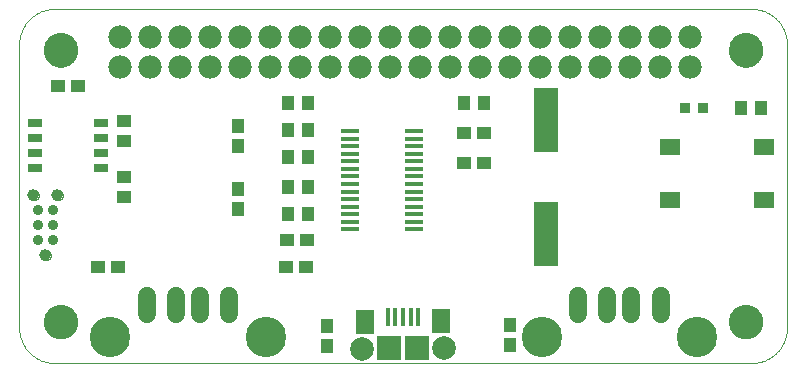
<source format=gts>
G04 EAGLE Gerber RS-274X export*
G75*
%MOMM*%
%FSLAX34Y34*%
%LPD*%
%INTop solder mask*%
%IPPOS*%
%AMOC8*
5,1,8,0,0,1.08239X$1,22.5*%
G01*
%ADD10C,0.000000*%
%ADD11C,2.901600*%
%ADD12R,1.201600X1.101600*%
%ADD13R,1.101600X1.201600*%
%ADD14R,1.601600X0.451600*%
%ADD15R,2.032000X5.435600*%
%ADD16R,0.451600X1.501600*%
%ADD17R,1.647600X2.001600*%
%ADD18R,2.001600X2.001600*%
%ADD19C,1.901600*%
%ADD20C,2.001600*%
%ADD21C,1.559600*%
%ADD22C,3.417600*%
%ADD23C,1.981200*%
%ADD24R,1.301600X0.701600*%
%ADD25C,0.889000*%
%ADD26C,0.990600*%
%ADD27R,1.651600X1.401600*%
%ADD28R,0.901600X0.901600*%


D10*
X29993Y49D02*
X619993Y49D01*
X649993Y30049D02*
X649993Y270000D01*
X619993Y300000D02*
X29993Y300000D01*
X-7Y270000D02*
X-7Y30049D01*
X2Y29324D01*
X28Y28600D01*
X72Y27876D01*
X133Y27154D01*
X212Y26433D01*
X308Y25714D01*
X421Y24998D01*
X552Y24285D01*
X700Y23575D01*
X865Y22870D01*
X1047Y22168D01*
X1246Y21471D01*
X1461Y20778D01*
X1694Y20092D01*
X1943Y19411D01*
X2208Y18736D01*
X2489Y18068D01*
X2787Y17407D01*
X3100Y16753D01*
X3429Y16107D01*
X3774Y15469D01*
X4134Y14840D01*
X4509Y14220D01*
X4899Y13609D01*
X5303Y13007D01*
X5722Y12415D01*
X6156Y11834D01*
X6603Y11263D01*
X7064Y10704D01*
X7538Y10155D01*
X8025Y9619D01*
X8525Y9094D01*
X9038Y8581D01*
X9563Y8081D01*
X10099Y7594D01*
X10648Y7120D01*
X11207Y6659D01*
X11778Y6212D01*
X12359Y5778D01*
X12951Y5359D01*
X13553Y4955D01*
X14164Y4565D01*
X14784Y4190D01*
X15413Y3830D01*
X16051Y3485D01*
X16697Y3156D01*
X17351Y2843D01*
X18012Y2545D01*
X18680Y2264D01*
X19355Y1999D01*
X20036Y1750D01*
X20722Y1517D01*
X21415Y1302D01*
X22112Y1103D01*
X22814Y921D01*
X23519Y756D01*
X24229Y608D01*
X24942Y477D01*
X25658Y364D01*
X26377Y268D01*
X27098Y189D01*
X27820Y128D01*
X28544Y84D01*
X29268Y58D01*
X29993Y49D01*
X619993Y49D02*
X620718Y58D01*
X621442Y84D01*
X622166Y128D01*
X622888Y189D01*
X623609Y268D01*
X624328Y364D01*
X625044Y477D01*
X625757Y608D01*
X626467Y756D01*
X627172Y921D01*
X627874Y1103D01*
X628571Y1302D01*
X629264Y1517D01*
X629950Y1750D01*
X630631Y1999D01*
X631306Y2264D01*
X631974Y2545D01*
X632635Y2843D01*
X633289Y3156D01*
X633935Y3485D01*
X634573Y3830D01*
X635202Y4190D01*
X635822Y4565D01*
X636433Y4955D01*
X637035Y5359D01*
X637627Y5778D01*
X638208Y6212D01*
X638779Y6659D01*
X639338Y7120D01*
X639887Y7594D01*
X640423Y8081D01*
X640948Y8581D01*
X641461Y9094D01*
X641961Y9619D01*
X642448Y10155D01*
X642922Y10704D01*
X643383Y11263D01*
X643830Y11834D01*
X644264Y12415D01*
X644683Y13007D01*
X645087Y13609D01*
X645477Y14220D01*
X645852Y14840D01*
X646212Y15469D01*
X646557Y16107D01*
X646886Y16753D01*
X647199Y17407D01*
X647497Y18068D01*
X647778Y18736D01*
X648043Y19411D01*
X648292Y20092D01*
X648525Y20778D01*
X648740Y21471D01*
X648939Y22168D01*
X649121Y22870D01*
X649286Y23575D01*
X649434Y24285D01*
X649565Y24998D01*
X649678Y25714D01*
X649774Y26433D01*
X649853Y27154D01*
X649914Y27876D01*
X649958Y28600D01*
X649984Y29324D01*
X649993Y30049D01*
X649993Y270000D02*
X649984Y270725D01*
X649958Y271449D01*
X649914Y272173D01*
X649853Y272895D01*
X649774Y273616D01*
X649678Y274335D01*
X649565Y275051D01*
X649434Y275764D01*
X649286Y276474D01*
X649121Y277179D01*
X648939Y277881D01*
X648740Y278578D01*
X648525Y279271D01*
X648292Y279957D01*
X648043Y280638D01*
X647778Y281313D01*
X647497Y281981D01*
X647199Y282642D01*
X646886Y283296D01*
X646557Y283942D01*
X646212Y284580D01*
X645852Y285209D01*
X645477Y285829D01*
X645087Y286440D01*
X644683Y287042D01*
X644264Y287634D01*
X643830Y288215D01*
X643383Y288786D01*
X642922Y289345D01*
X642448Y289894D01*
X641961Y290430D01*
X641461Y290955D01*
X640948Y291468D01*
X640423Y291968D01*
X639887Y292455D01*
X639338Y292929D01*
X638779Y293390D01*
X638208Y293837D01*
X637627Y294271D01*
X637035Y294690D01*
X636433Y295094D01*
X635822Y295484D01*
X635202Y295859D01*
X634573Y296219D01*
X633935Y296564D01*
X633289Y296893D01*
X632635Y297206D01*
X631974Y297504D01*
X631306Y297785D01*
X630631Y298050D01*
X629950Y298299D01*
X629264Y298532D01*
X628571Y298747D01*
X627874Y298946D01*
X627172Y299128D01*
X626467Y299293D01*
X625757Y299441D01*
X625044Y299572D01*
X624328Y299685D01*
X623609Y299781D01*
X622888Y299860D01*
X622166Y299921D01*
X621442Y299965D01*
X620718Y299991D01*
X619993Y300000D01*
X29993Y300000D02*
X29268Y299991D01*
X28544Y299965D01*
X27820Y299921D01*
X27098Y299860D01*
X26377Y299781D01*
X25658Y299685D01*
X24942Y299572D01*
X24229Y299441D01*
X23519Y299293D01*
X22814Y299128D01*
X22112Y298946D01*
X21415Y298747D01*
X20722Y298532D01*
X20036Y298299D01*
X19355Y298050D01*
X18680Y297785D01*
X18012Y297504D01*
X17351Y297206D01*
X16697Y296893D01*
X16051Y296564D01*
X15413Y296219D01*
X14784Y295859D01*
X14164Y295484D01*
X13553Y295094D01*
X12951Y294690D01*
X12359Y294271D01*
X11778Y293837D01*
X11207Y293390D01*
X10648Y292929D01*
X10099Y292455D01*
X9563Y291968D01*
X9038Y291468D01*
X8525Y290955D01*
X8025Y290430D01*
X7538Y289894D01*
X7064Y289345D01*
X6603Y288786D01*
X6156Y288215D01*
X5722Y287634D01*
X5303Y287042D01*
X4899Y286440D01*
X4509Y285829D01*
X4134Y285209D01*
X3774Y284580D01*
X3429Y283942D01*
X3100Y283296D01*
X2787Y282642D01*
X2489Y281981D01*
X2208Y281313D01*
X1943Y280638D01*
X1694Y279957D01*
X1461Y279271D01*
X1246Y278578D01*
X1047Y277881D01*
X865Y277179D01*
X700Y276474D01*
X552Y275764D01*
X421Y275051D01*
X308Y274335D01*
X212Y273616D01*
X133Y272895D01*
X72Y272173D01*
X28Y271449D01*
X2Y270725D01*
X-7Y270000D01*
X20993Y265000D02*
X20997Y265344D01*
X21010Y265687D01*
X21031Y266030D01*
X21060Y266372D01*
X21098Y266714D01*
X21145Y267054D01*
X21199Y267393D01*
X21262Y267731D01*
X21333Y268067D01*
X21413Y268402D01*
X21500Y268734D01*
X21596Y269064D01*
X21700Y269392D01*
X21811Y269716D01*
X21931Y270039D01*
X22059Y270358D01*
X22194Y270673D01*
X22337Y270986D01*
X22488Y271295D01*
X22646Y271600D01*
X22812Y271901D01*
X22985Y272197D01*
X23165Y272490D01*
X23352Y272778D01*
X23547Y273061D01*
X23748Y273340D01*
X23956Y273613D01*
X24171Y273882D01*
X24392Y274144D01*
X24620Y274402D01*
X24854Y274654D01*
X25094Y274899D01*
X25339Y275139D01*
X25591Y275373D01*
X25849Y275601D01*
X26111Y275822D01*
X26380Y276037D01*
X26653Y276245D01*
X26932Y276446D01*
X27215Y276641D01*
X27503Y276828D01*
X27796Y277008D01*
X28092Y277181D01*
X28393Y277347D01*
X28698Y277505D01*
X29007Y277656D01*
X29320Y277799D01*
X29635Y277934D01*
X29954Y278062D01*
X30277Y278182D01*
X30601Y278293D01*
X30929Y278397D01*
X31259Y278493D01*
X31591Y278580D01*
X31926Y278660D01*
X32262Y278731D01*
X32600Y278794D01*
X32939Y278848D01*
X33279Y278895D01*
X33621Y278933D01*
X33963Y278962D01*
X34306Y278983D01*
X34649Y278996D01*
X34993Y279000D01*
X35337Y278996D01*
X35680Y278983D01*
X36023Y278962D01*
X36365Y278933D01*
X36707Y278895D01*
X37047Y278848D01*
X37386Y278794D01*
X37724Y278731D01*
X38060Y278660D01*
X38395Y278580D01*
X38727Y278493D01*
X39057Y278397D01*
X39385Y278293D01*
X39709Y278182D01*
X40032Y278062D01*
X40351Y277934D01*
X40666Y277799D01*
X40979Y277656D01*
X41288Y277505D01*
X41593Y277347D01*
X41894Y277181D01*
X42190Y277008D01*
X42483Y276828D01*
X42771Y276641D01*
X43054Y276446D01*
X43333Y276245D01*
X43606Y276037D01*
X43875Y275822D01*
X44137Y275601D01*
X44395Y275373D01*
X44647Y275139D01*
X44892Y274899D01*
X45132Y274654D01*
X45366Y274402D01*
X45594Y274144D01*
X45815Y273882D01*
X46030Y273613D01*
X46238Y273340D01*
X46439Y273061D01*
X46634Y272778D01*
X46821Y272490D01*
X47001Y272197D01*
X47174Y271901D01*
X47340Y271600D01*
X47498Y271295D01*
X47649Y270986D01*
X47792Y270673D01*
X47927Y270358D01*
X48055Y270039D01*
X48175Y269716D01*
X48286Y269392D01*
X48390Y269064D01*
X48486Y268734D01*
X48573Y268402D01*
X48653Y268067D01*
X48724Y267731D01*
X48787Y267393D01*
X48841Y267054D01*
X48888Y266714D01*
X48926Y266372D01*
X48955Y266030D01*
X48976Y265687D01*
X48989Y265344D01*
X48993Y265000D01*
X48989Y264656D01*
X48976Y264313D01*
X48955Y263970D01*
X48926Y263628D01*
X48888Y263286D01*
X48841Y262946D01*
X48787Y262607D01*
X48724Y262269D01*
X48653Y261933D01*
X48573Y261598D01*
X48486Y261266D01*
X48390Y260936D01*
X48286Y260608D01*
X48175Y260284D01*
X48055Y259961D01*
X47927Y259642D01*
X47792Y259327D01*
X47649Y259014D01*
X47498Y258705D01*
X47340Y258400D01*
X47174Y258099D01*
X47001Y257803D01*
X46821Y257510D01*
X46634Y257222D01*
X46439Y256939D01*
X46238Y256660D01*
X46030Y256387D01*
X45815Y256118D01*
X45594Y255856D01*
X45366Y255598D01*
X45132Y255346D01*
X44892Y255101D01*
X44647Y254861D01*
X44395Y254627D01*
X44137Y254399D01*
X43875Y254178D01*
X43606Y253963D01*
X43333Y253755D01*
X43054Y253554D01*
X42771Y253359D01*
X42483Y253172D01*
X42190Y252992D01*
X41894Y252819D01*
X41593Y252653D01*
X41288Y252495D01*
X40979Y252344D01*
X40666Y252201D01*
X40351Y252066D01*
X40032Y251938D01*
X39709Y251818D01*
X39385Y251707D01*
X39057Y251603D01*
X38727Y251507D01*
X38395Y251420D01*
X38060Y251340D01*
X37724Y251269D01*
X37386Y251206D01*
X37047Y251152D01*
X36707Y251105D01*
X36365Y251067D01*
X36023Y251038D01*
X35680Y251017D01*
X35337Y251004D01*
X34993Y251000D01*
X34649Y251004D01*
X34306Y251017D01*
X33963Y251038D01*
X33621Y251067D01*
X33279Y251105D01*
X32939Y251152D01*
X32600Y251206D01*
X32262Y251269D01*
X31926Y251340D01*
X31591Y251420D01*
X31259Y251507D01*
X30929Y251603D01*
X30601Y251707D01*
X30277Y251818D01*
X29954Y251938D01*
X29635Y252066D01*
X29320Y252201D01*
X29007Y252344D01*
X28698Y252495D01*
X28393Y252653D01*
X28092Y252819D01*
X27796Y252992D01*
X27503Y253172D01*
X27215Y253359D01*
X26932Y253554D01*
X26653Y253755D01*
X26380Y253963D01*
X26111Y254178D01*
X25849Y254399D01*
X25591Y254627D01*
X25339Y254861D01*
X25094Y255101D01*
X24854Y255346D01*
X24620Y255598D01*
X24392Y255856D01*
X24171Y256118D01*
X23956Y256387D01*
X23748Y256660D01*
X23547Y256939D01*
X23352Y257222D01*
X23165Y257510D01*
X22985Y257803D01*
X22812Y258099D01*
X22646Y258400D01*
X22488Y258705D01*
X22337Y259014D01*
X22194Y259327D01*
X22059Y259642D01*
X21931Y259961D01*
X21811Y260284D01*
X21700Y260608D01*
X21596Y260936D01*
X21500Y261266D01*
X21413Y261598D01*
X21333Y261933D01*
X21262Y262269D01*
X21199Y262607D01*
X21145Y262946D01*
X21098Y263286D01*
X21060Y263628D01*
X21031Y263970D01*
X21010Y264313D01*
X20997Y264656D01*
X20993Y265000D01*
D11*
X34993Y265000D03*
D10*
X600993Y265000D02*
X600997Y265344D01*
X601010Y265687D01*
X601031Y266030D01*
X601060Y266372D01*
X601098Y266714D01*
X601145Y267054D01*
X601199Y267393D01*
X601262Y267731D01*
X601333Y268067D01*
X601413Y268402D01*
X601500Y268734D01*
X601596Y269064D01*
X601700Y269392D01*
X601811Y269716D01*
X601931Y270039D01*
X602059Y270358D01*
X602194Y270673D01*
X602337Y270986D01*
X602488Y271295D01*
X602646Y271600D01*
X602812Y271901D01*
X602985Y272197D01*
X603165Y272490D01*
X603352Y272778D01*
X603547Y273061D01*
X603748Y273340D01*
X603956Y273613D01*
X604171Y273882D01*
X604392Y274144D01*
X604620Y274402D01*
X604854Y274654D01*
X605094Y274899D01*
X605339Y275139D01*
X605591Y275373D01*
X605849Y275601D01*
X606111Y275822D01*
X606380Y276037D01*
X606653Y276245D01*
X606932Y276446D01*
X607215Y276641D01*
X607503Y276828D01*
X607796Y277008D01*
X608092Y277181D01*
X608393Y277347D01*
X608698Y277505D01*
X609007Y277656D01*
X609320Y277799D01*
X609635Y277934D01*
X609954Y278062D01*
X610277Y278182D01*
X610601Y278293D01*
X610929Y278397D01*
X611259Y278493D01*
X611591Y278580D01*
X611926Y278660D01*
X612262Y278731D01*
X612600Y278794D01*
X612939Y278848D01*
X613279Y278895D01*
X613621Y278933D01*
X613963Y278962D01*
X614306Y278983D01*
X614649Y278996D01*
X614993Y279000D01*
X615337Y278996D01*
X615680Y278983D01*
X616023Y278962D01*
X616365Y278933D01*
X616707Y278895D01*
X617047Y278848D01*
X617386Y278794D01*
X617724Y278731D01*
X618060Y278660D01*
X618395Y278580D01*
X618727Y278493D01*
X619057Y278397D01*
X619385Y278293D01*
X619709Y278182D01*
X620032Y278062D01*
X620351Y277934D01*
X620666Y277799D01*
X620979Y277656D01*
X621288Y277505D01*
X621593Y277347D01*
X621894Y277181D01*
X622190Y277008D01*
X622483Y276828D01*
X622771Y276641D01*
X623054Y276446D01*
X623333Y276245D01*
X623606Y276037D01*
X623875Y275822D01*
X624137Y275601D01*
X624395Y275373D01*
X624647Y275139D01*
X624892Y274899D01*
X625132Y274654D01*
X625366Y274402D01*
X625594Y274144D01*
X625815Y273882D01*
X626030Y273613D01*
X626238Y273340D01*
X626439Y273061D01*
X626634Y272778D01*
X626821Y272490D01*
X627001Y272197D01*
X627174Y271901D01*
X627340Y271600D01*
X627498Y271295D01*
X627649Y270986D01*
X627792Y270673D01*
X627927Y270358D01*
X628055Y270039D01*
X628175Y269716D01*
X628286Y269392D01*
X628390Y269064D01*
X628486Y268734D01*
X628573Y268402D01*
X628653Y268067D01*
X628724Y267731D01*
X628787Y267393D01*
X628841Y267054D01*
X628888Y266714D01*
X628926Y266372D01*
X628955Y266030D01*
X628976Y265687D01*
X628989Y265344D01*
X628993Y265000D01*
X628989Y264656D01*
X628976Y264313D01*
X628955Y263970D01*
X628926Y263628D01*
X628888Y263286D01*
X628841Y262946D01*
X628787Y262607D01*
X628724Y262269D01*
X628653Y261933D01*
X628573Y261598D01*
X628486Y261266D01*
X628390Y260936D01*
X628286Y260608D01*
X628175Y260284D01*
X628055Y259961D01*
X627927Y259642D01*
X627792Y259327D01*
X627649Y259014D01*
X627498Y258705D01*
X627340Y258400D01*
X627174Y258099D01*
X627001Y257803D01*
X626821Y257510D01*
X626634Y257222D01*
X626439Y256939D01*
X626238Y256660D01*
X626030Y256387D01*
X625815Y256118D01*
X625594Y255856D01*
X625366Y255598D01*
X625132Y255346D01*
X624892Y255101D01*
X624647Y254861D01*
X624395Y254627D01*
X624137Y254399D01*
X623875Y254178D01*
X623606Y253963D01*
X623333Y253755D01*
X623054Y253554D01*
X622771Y253359D01*
X622483Y253172D01*
X622190Y252992D01*
X621894Y252819D01*
X621593Y252653D01*
X621288Y252495D01*
X620979Y252344D01*
X620666Y252201D01*
X620351Y252066D01*
X620032Y251938D01*
X619709Y251818D01*
X619385Y251707D01*
X619057Y251603D01*
X618727Y251507D01*
X618395Y251420D01*
X618060Y251340D01*
X617724Y251269D01*
X617386Y251206D01*
X617047Y251152D01*
X616707Y251105D01*
X616365Y251067D01*
X616023Y251038D01*
X615680Y251017D01*
X615337Y251004D01*
X614993Y251000D01*
X614649Y251004D01*
X614306Y251017D01*
X613963Y251038D01*
X613621Y251067D01*
X613279Y251105D01*
X612939Y251152D01*
X612600Y251206D01*
X612262Y251269D01*
X611926Y251340D01*
X611591Y251420D01*
X611259Y251507D01*
X610929Y251603D01*
X610601Y251707D01*
X610277Y251818D01*
X609954Y251938D01*
X609635Y252066D01*
X609320Y252201D01*
X609007Y252344D01*
X608698Y252495D01*
X608393Y252653D01*
X608092Y252819D01*
X607796Y252992D01*
X607503Y253172D01*
X607215Y253359D01*
X606932Y253554D01*
X606653Y253755D01*
X606380Y253963D01*
X606111Y254178D01*
X605849Y254399D01*
X605591Y254627D01*
X605339Y254861D01*
X605094Y255101D01*
X604854Y255346D01*
X604620Y255598D01*
X604392Y255856D01*
X604171Y256118D01*
X603956Y256387D01*
X603748Y256660D01*
X603547Y256939D01*
X603352Y257222D01*
X603165Y257510D01*
X602985Y257803D01*
X602812Y258099D01*
X602646Y258400D01*
X602488Y258705D01*
X602337Y259014D01*
X602194Y259327D01*
X602059Y259642D01*
X601931Y259961D01*
X601811Y260284D01*
X601700Y260608D01*
X601596Y260936D01*
X601500Y261266D01*
X601413Y261598D01*
X601333Y261933D01*
X601262Y262269D01*
X601199Y262607D01*
X601145Y262946D01*
X601098Y263286D01*
X601060Y263628D01*
X601031Y263970D01*
X601010Y264313D01*
X600997Y264656D01*
X600993Y265000D01*
D11*
X614993Y265000D03*
D10*
X20993Y35049D02*
X20997Y35393D01*
X21010Y35736D01*
X21031Y36079D01*
X21060Y36421D01*
X21098Y36763D01*
X21145Y37103D01*
X21199Y37442D01*
X21262Y37780D01*
X21333Y38116D01*
X21413Y38451D01*
X21500Y38783D01*
X21596Y39113D01*
X21700Y39441D01*
X21811Y39765D01*
X21931Y40088D01*
X22059Y40407D01*
X22194Y40722D01*
X22337Y41035D01*
X22488Y41344D01*
X22646Y41649D01*
X22812Y41950D01*
X22985Y42246D01*
X23165Y42539D01*
X23352Y42827D01*
X23547Y43110D01*
X23748Y43389D01*
X23956Y43662D01*
X24171Y43931D01*
X24392Y44193D01*
X24620Y44451D01*
X24854Y44703D01*
X25094Y44948D01*
X25339Y45188D01*
X25591Y45422D01*
X25849Y45650D01*
X26111Y45871D01*
X26380Y46086D01*
X26653Y46294D01*
X26932Y46495D01*
X27215Y46690D01*
X27503Y46877D01*
X27796Y47057D01*
X28092Y47230D01*
X28393Y47396D01*
X28698Y47554D01*
X29007Y47705D01*
X29320Y47848D01*
X29635Y47983D01*
X29954Y48111D01*
X30277Y48231D01*
X30601Y48342D01*
X30929Y48446D01*
X31259Y48542D01*
X31591Y48629D01*
X31926Y48709D01*
X32262Y48780D01*
X32600Y48843D01*
X32939Y48897D01*
X33279Y48944D01*
X33621Y48982D01*
X33963Y49011D01*
X34306Y49032D01*
X34649Y49045D01*
X34993Y49049D01*
X35337Y49045D01*
X35680Y49032D01*
X36023Y49011D01*
X36365Y48982D01*
X36707Y48944D01*
X37047Y48897D01*
X37386Y48843D01*
X37724Y48780D01*
X38060Y48709D01*
X38395Y48629D01*
X38727Y48542D01*
X39057Y48446D01*
X39385Y48342D01*
X39709Y48231D01*
X40032Y48111D01*
X40351Y47983D01*
X40666Y47848D01*
X40979Y47705D01*
X41288Y47554D01*
X41593Y47396D01*
X41894Y47230D01*
X42190Y47057D01*
X42483Y46877D01*
X42771Y46690D01*
X43054Y46495D01*
X43333Y46294D01*
X43606Y46086D01*
X43875Y45871D01*
X44137Y45650D01*
X44395Y45422D01*
X44647Y45188D01*
X44892Y44948D01*
X45132Y44703D01*
X45366Y44451D01*
X45594Y44193D01*
X45815Y43931D01*
X46030Y43662D01*
X46238Y43389D01*
X46439Y43110D01*
X46634Y42827D01*
X46821Y42539D01*
X47001Y42246D01*
X47174Y41950D01*
X47340Y41649D01*
X47498Y41344D01*
X47649Y41035D01*
X47792Y40722D01*
X47927Y40407D01*
X48055Y40088D01*
X48175Y39765D01*
X48286Y39441D01*
X48390Y39113D01*
X48486Y38783D01*
X48573Y38451D01*
X48653Y38116D01*
X48724Y37780D01*
X48787Y37442D01*
X48841Y37103D01*
X48888Y36763D01*
X48926Y36421D01*
X48955Y36079D01*
X48976Y35736D01*
X48989Y35393D01*
X48993Y35049D01*
X48989Y34705D01*
X48976Y34362D01*
X48955Y34019D01*
X48926Y33677D01*
X48888Y33335D01*
X48841Y32995D01*
X48787Y32656D01*
X48724Y32318D01*
X48653Y31982D01*
X48573Y31647D01*
X48486Y31315D01*
X48390Y30985D01*
X48286Y30657D01*
X48175Y30333D01*
X48055Y30010D01*
X47927Y29691D01*
X47792Y29376D01*
X47649Y29063D01*
X47498Y28754D01*
X47340Y28449D01*
X47174Y28148D01*
X47001Y27852D01*
X46821Y27559D01*
X46634Y27271D01*
X46439Y26988D01*
X46238Y26709D01*
X46030Y26436D01*
X45815Y26167D01*
X45594Y25905D01*
X45366Y25647D01*
X45132Y25395D01*
X44892Y25150D01*
X44647Y24910D01*
X44395Y24676D01*
X44137Y24448D01*
X43875Y24227D01*
X43606Y24012D01*
X43333Y23804D01*
X43054Y23603D01*
X42771Y23408D01*
X42483Y23221D01*
X42190Y23041D01*
X41894Y22868D01*
X41593Y22702D01*
X41288Y22544D01*
X40979Y22393D01*
X40666Y22250D01*
X40351Y22115D01*
X40032Y21987D01*
X39709Y21867D01*
X39385Y21756D01*
X39057Y21652D01*
X38727Y21556D01*
X38395Y21469D01*
X38060Y21389D01*
X37724Y21318D01*
X37386Y21255D01*
X37047Y21201D01*
X36707Y21154D01*
X36365Y21116D01*
X36023Y21087D01*
X35680Y21066D01*
X35337Y21053D01*
X34993Y21049D01*
X34649Y21053D01*
X34306Y21066D01*
X33963Y21087D01*
X33621Y21116D01*
X33279Y21154D01*
X32939Y21201D01*
X32600Y21255D01*
X32262Y21318D01*
X31926Y21389D01*
X31591Y21469D01*
X31259Y21556D01*
X30929Y21652D01*
X30601Y21756D01*
X30277Y21867D01*
X29954Y21987D01*
X29635Y22115D01*
X29320Y22250D01*
X29007Y22393D01*
X28698Y22544D01*
X28393Y22702D01*
X28092Y22868D01*
X27796Y23041D01*
X27503Y23221D01*
X27215Y23408D01*
X26932Y23603D01*
X26653Y23804D01*
X26380Y24012D01*
X26111Y24227D01*
X25849Y24448D01*
X25591Y24676D01*
X25339Y24910D01*
X25094Y25150D01*
X24854Y25395D01*
X24620Y25647D01*
X24392Y25905D01*
X24171Y26167D01*
X23956Y26436D01*
X23748Y26709D01*
X23547Y26988D01*
X23352Y27271D01*
X23165Y27559D01*
X22985Y27852D01*
X22812Y28148D01*
X22646Y28449D01*
X22488Y28754D01*
X22337Y29063D01*
X22194Y29376D01*
X22059Y29691D01*
X21931Y30010D01*
X21811Y30333D01*
X21700Y30657D01*
X21596Y30985D01*
X21500Y31315D01*
X21413Y31647D01*
X21333Y31982D01*
X21262Y32318D01*
X21199Y32656D01*
X21145Y32995D01*
X21098Y33335D01*
X21060Y33677D01*
X21031Y34019D01*
X21010Y34362D01*
X20997Y34705D01*
X20993Y35049D01*
D11*
X34993Y35049D03*
D10*
X600993Y35049D02*
X600997Y35393D01*
X601010Y35736D01*
X601031Y36079D01*
X601060Y36421D01*
X601098Y36763D01*
X601145Y37103D01*
X601199Y37442D01*
X601262Y37780D01*
X601333Y38116D01*
X601413Y38451D01*
X601500Y38783D01*
X601596Y39113D01*
X601700Y39441D01*
X601811Y39765D01*
X601931Y40088D01*
X602059Y40407D01*
X602194Y40722D01*
X602337Y41035D01*
X602488Y41344D01*
X602646Y41649D01*
X602812Y41950D01*
X602985Y42246D01*
X603165Y42539D01*
X603352Y42827D01*
X603547Y43110D01*
X603748Y43389D01*
X603956Y43662D01*
X604171Y43931D01*
X604392Y44193D01*
X604620Y44451D01*
X604854Y44703D01*
X605094Y44948D01*
X605339Y45188D01*
X605591Y45422D01*
X605849Y45650D01*
X606111Y45871D01*
X606380Y46086D01*
X606653Y46294D01*
X606932Y46495D01*
X607215Y46690D01*
X607503Y46877D01*
X607796Y47057D01*
X608092Y47230D01*
X608393Y47396D01*
X608698Y47554D01*
X609007Y47705D01*
X609320Y47848D01*
X609635Y47983D01*
X609954Y48111D01*
X610277Y48231D01*
X610601Y48342D01*
X610929Y48446D01*
X611259Y48542D01*
X611591Y48629D01*
X611926Y48709D01*
X612262Y48780D01*
X612600Y48843D01*
X612939Y48897D01*
X613279Y48944D01*
X613621Y48982D01*
X613963Y49011D01*
X614306Y49032D01*
X614649Y49045D01*
X614993Y49049D01*
X615337Y49045D01*
X615680Y49032D01*
X616023Y49011D01*
X616365Y48982D01*
X616707Y48944D01*
X617047Y48897D01*
X617386Y48843D01*
X617724Y48780D01*
X618060Y48709D01*
X618395Y48629D01*
X618727Y48542D01*
X619057Y48446D01*
X619385Y48342D01*
X619709Y48231D01*
X620032Y48111D01*
X620351Y47983D01*
X620666Y47848D01*
X620979Y47705D01*
X621288Y47554D01*
X621593Y47396D01*
X621894Y47230D01*
X622190Y47057D01*
X622483Y46877D01*
X622771Y46690D01*
X623054Y46495D01*
X623333Y46294D01*
X623606Y46086D01*
X623875Y45871D01*
X624137Y45650D01*
X624395Y45422D01*
X624647Y45188D01*
X624892Y44948D01*
X625132Y44703D01*
X625366Y44451D01*
X625594Y44193D01*
X625815Y43931D01*
X626030Y43662D01*
X626238Y43389D01*
X626439Y43110D01*
X626634Y42827D01*
X626821Y42539D01*
X627001Y42246D01*
X627174Y41950D01*
X627340Y41649D01*
X627498Y41344D01*
X627649Y41035D01*
X627792Y40722D01*
X627927Y40407D01*
X628055Y40088D01*
X628175Y39765D01*
X628286Y39441D01*
X628390Y39113D01*
X628486Y38783D01*
X628573Y38451D01*
X628653Y38116D01*
X628724Y37780D01*
X628787Y37442D01*
X628841Y37103D01*
X628888Y36763D01*
X628926Y36421D01*
X628955Y36079D01*
X628976Y35736D01*
X628989Y35393D01*
X628993Y35049D01*
X628989Y34705D01*
X628976Y34362D01*
X628955Y34019D01*
X628926Y33677D01*
X628888Y33335D01*
X628841Y32995D01*
X628787Y32656D01*
X628724Y32318D01*
X628653Y31982D01*
X628573Y31647D01*
X628486Y31315D01*
X628390Y30985D01*
X628286Y30657D01*
X628175Y30333D01*
X628055Y30010D01*
X627927Y29691D01*
X627792Y29376D01*
X627649Y29063D01*
X627498Y28754D01*
X627340Y28449D01*
X627174Y28148D01*
X627001Y27852D01*
X626821Y27559D01*
X626634Y27271D01*
X626439Y26988D01*
X626238Y26709D01*
X626030Y26436D01*
X625815Y26167D01*
X625594Y25905D01*
X625366Y25647D01*
X625132Y25395D01*
X624892Y25150D01*
X624647Y24910D01*
X624395Y24676D01*
X624137Y24448D01*
X623875Y24227D01*
X623606Y24012D01*
X623333Y23804D01*
X623054Y23603D01*
X622771Y23408D01*
X622483Y23221D01*
X622190Y23041D01*
X621894Y22868D01*
X621593Y22702D01*
X621288Y22544D01*
X620979Y22393D01*
X620666Y22250D01*
X620351Y22115D01*
X620032Y21987D01*
X619709Y21867D01*
X619385Y21756D01*
X619057Y21652D01*
X618727Y21556D01*
X618395Y21469D01*
X618060Y21389D01*
X617724Y21318D01*
X617386Y21255D01*
X617047Y21201D01*
X616707Y21154D01*
X616365Y21116D01*
X616023Y21087D01*
X615680Y21066D01*
X615337Y21053D01*
X614993Y21049D01*
X614649Y21053D01*
X614306Y21066D01*
X613963Y21087D01*
X613621Y21116D01*
X613279Y21154D01*
X612939Y21201D01*
X612600Y21255D01*
X612262Y21318D01*
X611926Y21389D01*
X611591Y21469D01*
X611259Y21556D01*
X610929Y21652D01*
X610601Y21756D01*
X610277Y21867D01*
X609954Y21987D01*
X609635Y22115D01*
X609320Y22250D01*
X609007Y22393D01*
X608698Y22544D01*
X608393Y22702D01*
X608092Y22868D01*
X607796Y23041D01*
X607503Y23221D01*
X607215Y23408D01*
X606932Y23603D01*
X606653Y23804D01*
X606380Y24012D01*
X606111Y24227D01*
X605849Y24448D01*
X605591Y24676D01*
X605339Y24910D01*
X605094Y25150D01*
X604854Y25395D01*
X604620Y25647D01*
X604392Y25905D01*
X604171Y26167D01*
X603956Y26436D01*
X603748Y26709D01*
X603547Y26988D01*
X603352Y27271D01*
X603165Y27559D01*
X602985Y27852D01*
X602812Y28148D01*
X602646Y28449D01*
X602488Y28754D01*
X602337Y29063D01*
X602194Y29376D01*
X602059Y29691D01*
X601931Y30010D01*
X601811Y30333D01*
X601700Y30657D01*
X601596Y30985D01*
X601500Y31315D01*
X601413Y31647D01*
X601333Y31982D01*
X601262Y32318D01*
X601199Y32656D01*
X601145Y32995D01*
X601098Y33335D01*
X601060Y33677D01*
X601031Y34019D01*
X601010Y34362D01*
X600997Y34705D01*
X600993Y35049D01*
D11*
X614993Y35049D03*
D12*
X393945Y194945D03*
X376945Y194945D03*
X393945Y169545D03*
X376945Y169545D03*
X225815Y81280D03*
X242815Y81280D03*
X227085Y104140D03*
X244085Y104140D03*
D13*
X185420Y183905D03*
X185420Y200905D03*
X185420Y147565D03*
X185420Y130565D03*
X393945Y220345D03*
X376945Y220345D03*
X227720Y220345D03*
X244720Y220345D03*
X227720Y149225D03*
X244720Y149225D03*
X227720Y126365D03*
X244720Y126365D03*
X244720Y197485D03*
X227720Y197485D03*
X244720Y174625D03*
X227720Y174625D03*
D14*
X280340Y158140D03*
X334340Y158140D03*
X280340Y151940D03*
X334340Y151740D03*
X334340Y164540D03*
X280340Y164540D03*
X280340Y170940D03*
X334340Y170940D03*
X334340Y145340D03*
X334340Y138940D03*
X280340Y145340D03*
X280340Y138940D03*
X280340Y177340D03*
X280340Y132540D03*
X334340Y132540D03*
X334340Y177340D03*
X280340Y183740D03*
X334340Y183740D03*
X334340Y126140D03*
X280340Y126140D03*
X280340Y119740D03*
X334340Y119740D03*
X334340Y190140D03*
X280340Y190140D03*
X280340Y196540D03*
X334340Y196540D03*
X334340Y113340D03*
X280340Y113340D03*
D15*
X445770Y205740D03*
X445770Y109220D03*
D16*
X312000Y39200D03*
X338000Y39200D03*
X318500Y39200D03*
X325000Y39200D03*
X331500Y39200D03*
D17*
X292488Y35052D03*
X357258Y35560D03*
D18*
X313062Y12700D03*
X336684Y12700D03*
D19*
X289948Y12192D03*
X359798Y12700D03*
D20*
X289948Y12192D03*
X359798Y12954D03*
D13*
X260350Y14360D03*
X260350Y31360D03*
D21*
X132875Y42035D02*
X132875Y56615D01*
X152875Y56615D02*
X152875Y42035D01*
X107875Y42035D02*
X107875Y56615D01*
X177875Y56615D02*
X177875Y42035D01*
D22*
X77175Y22225D03*
X208575Y22225D03*
D21*
X498000Y42035D02*
X498000Y56615D01*
X518000Y56615D02*
X518000Y42035D01*
X473000Y42035D02*
X473000Y56615D01*
X543000Y56615D02*
X543000Y42035D01*
D22*
X442300Y22225D03*
X573700Y22225D03*
D12*
X67065Y81280D03*
X84065Y81280D03*
D13*
X415290Y15630D03*
X415290Y32630D03*
D23*
X110700Y276225D03*
X136100Y276225D03*
X161500Y276225D03*
X186900Y276225D03*
X212300Y276225D03*
X237700Y276225D03*
X263100Y276225D03*
X288500Y276225D03*
X313900Y276225D03*
X339300Y276225D03*
X364700Y276225D03*
X390100Y276225D03*
X415500Y276225D03*
X440900Y276225D03*
X466400Y276225D03*
X491700Y276225D03*
X517100Y276225D03*
X542500Y276225D03*
X567900Y276225D03*
X110700Y250825D03*
X136100Y250825D03*
X161500Y250825D03*
X186900Y250825D03*
X212300Y250825D03*
X237700Y250825D03*
X263100Y250825D03*
X288500Y250825D03*
X313900Y250825D03*
X339300Y250825D03*
X364700Y250825D03*
X390100Y250825D03*
X415500Y250825D03*
X440900Y250825D03*
X466300Y250825D03*
X491700Y250825D03*
X517100Y250825D03*
X542500Y250825D03*
X567900Y250825D03*
X85300Y276225D03*
X85300Y250825D03*
D12*
X49775Y234950D03*
X32775Y234950D03*
D24*
X13275Y203200D03*
X13275Y190500D03*
X13275Y177800D03*
X13275Y165100D03*
X69275Y165100D03*
X69275Y177800D03*
X69275Y190500D03*
X69275Y203200D03*
D12*
X88900Y188350D03*
X88900Y205350D03*
X88900Y157725D03*
X88900Y140725D03*
D25*
X15875Y104140D03*
X15875Y116840D03*
X15875Y129540D03*
X28575Y129540D03*
X28575Y116840D03*
X28575Y104140D03*
D10*
X17780Y91440D02*
X17782Y91573D01*
X17788Y91706D01*
X17798Y91838D01*
X17812Y91971D01*
X17830Y92102D01*
X17851Y92234D01*
X17877Y92364D01*
X17907Y92494D01*
X17940Y92623D01*
X17977Y92750D01*
X18019Y92877D01*
X18063Y93002D01*
X18112Y93126D01*
X18164Y93248D01*
X18220Y93369D01*
X18280Y93488D01*
X18343Y93605D01*
X18409Y93720D01*
X18479Y93833D01*
X18552Y93944D01*
X18629Y94053D01*
X18709Y94159D01*
X18792Y94263D01*
X18878Y94365D01*
X18967Y94463D01*
X19058Y94559D01*
X19153Y94653D01*
X19251Y94743D01*
X19351Y94831D01*
X19454Y94915D01*
X19559Y94997D01*
X19666Y95075D01*
X19776Y95150D01*
X19888Y95221D01*
X20003Y95289D01*
X20119Y95354D01*
X20237Y95416D01*
X20357Y95473D01*
X20478Y95527D01*
X20601Y95578D01*
X20726Y95624D01*
X20851Y95667D01*
X20979Y95707D01*
X21107Y95742D01*
X21236Y95774D01*
X21366Y95801D01*
X21497Y95825D01*
X21628Y95845D01*
X21760Y95861D01*
X21893Y95873D01*
X22026Y95881D01*
X22159Y95885D01*
X22291Y95885D01*
X22424Y95881D01*
X22557Y95873D01*
X22690Y95861D01*
X22822Y95845D01*
X22953Y95825D01*
X23084Y95801D01*
X23214Y95774D01*
X23343Y95742D01*
X23471Y95707D01*
X23599Y95667D01*
X23724Y95624D01*
X23849Y95578D01*
X23972Y95527D01*
X24093Y95473D01*
X24213Y95416D01*
X24331Y95354D01*
X24448Y95289D01*
X24562Y95221D01*
X24674Y95150D01*
X24784Y95075D01*
X24891Y94997D01*
X24996Y94915D01*
X25099Y94831D01*
X25199Y94743D01*
X25297Y94653D01*
X25392Y94559D01*
X25483Y94463D01*
X25572Y94365D01*
X25658Y94263D01*
X25741Y94159D01*
X25821Y94053D01*
X25898Y93944D01*
X25971Y93833D01*
X26041Y93720D01*
X26107Y93605D01*
X26170Y93488D01*
X26230Y93369D01*
X26286Y93248D01*
X26338Y93126D01*
X26387Y93002D01*
X26431Y92877D01*
X26473Y92750D01*
X26510Y92623D01*
X26543Y92494D01*
X26573Y92364D01*
X26599Y92234D01*
X26620Y92102D01*
X26638Y91971D01*
X26652Y91838D01*
X26662Y91706D01*
X26668Y91573D01*
X26670Y91440D01*
X26668Y91307D01*
X26662Y91174D01*
X26652Y91042D01*
X26638Y90909D01*
X26620Y90778D01*
X26599Y90646D01*
X26573Y90516D01*
X26543Y90386D01*
X26510Y90257D01*
X26473Y90130D01*
X26431Y90003D01*
X26387Y89878D01*
X26338Y89754D01*
X26286Y89632D01*
X26230Y89511D01*
X26170Y89392D01*
X26107Y89275D01*
X26041Y89160D01*
X25971Y89047D01*
X25898Y88936D01*
X25821Y88827D01*
X25741Y88721D01*
X25658Y88617D01*
X25572Y88515D01*
X25483Y88417D01*
X25392Y88321D01*
X25297Y88227D01*
X25199Y88137D01*
X25099Y88049D01*
X24996Y87965D01*
X24891Y87883D01*
X24784Y87805D01*
X24674Y87730D01*
X24562Y87659D01*
X24447Y87591D01*
X24331Y87526D01*
X24213Y87464D01*
X24093Y87407D01*
X23972Y87353D01*
X23849Y87302D01*
X23724Y87256D01*
X23599Y87213D01*
X23471Y87173D01*
X23343Y87138D01*
X23214Y87106D01*
X23084Y87079D01*
X22953Y87055D01*
X22822Y87035D01*
X22690Y87019D01*
X22557Y87007D01*
X22424Y86999D01*
X22291Y86995D01*
X22159Y86995D01*
X22026Y86999D01*
X21893Y87007D01*
X21760Y87019D01*
X21628Y87035D01*
X21497Y87055D01*
X21366Y87079D01*
X21236Y87106D01*
X21107Y87138D01*
X20979Y87173D01*
X20851Y87213D01*
X20726Y87256D01*
X20601Y87302D01*
X20478Y87353D01*
X20357Y87407D01*
X20237Y87464D01*
X20119Y87526D01*
X20002Y87591D01*
X19888Y87659D01*
X19776Y87730D01*
X19666Y87805D01*
X19559Y87883D01*
X19454Y87965D01*
X19351Y88049D01*
X19251Y88137D01*
X19153Y88227D01*
X19058Y88321D01*
X18967Y88417D01*
X18878Y88515D01*
X18792Y88617D01*
X18709Y88721D01*
X18629Y88827D01*
X18552Y88936D01*
X18479Y89047D01*
X18409Y89160D01*
X18343Y89275D01*
X18280Y89392D01*
X18220Y89511D01*
X18164Y89632D01*
X18112Y89754D01*
X18063Y89878D01*
X18019Y90003D01*
X17977Y90130D01*
X17940Y90257D01*
X17907Y90386D01*
X17877Y90516D01*
X17851Y90646D01*
X17830Y90778D01*
X17812Y90909D01*
X17798Y91042D01*
X17788Y91174D01*
X17782Y91307D01*
X17780Y91440D01*
D26*
X22225Y91440D03*
D10*
X27940Y142240D02*
X27942Y142373D01*
X27948Y142506D01*
X27958Y142638D01*
X27972Y142771D01*
X27990Y142902D01*
X28011Y143034D01*
X28037Y143164D01*
X28067Y143294D01*
X28100Y143423D01*
X28137Y143550D01*
X28179Y143677D01*
X28223Y143802D01*
X28272Y143926D01*
X28324Y144048D01*
X28380Y144169D01*
X28440Y144288D01*
X28503Y144405D01*
X28569Y144520D01*
X28639Y144633D01*
X28712Y144744D01*
X28789Y144853D01*
X28869Y144959D01*
X28952Y145063D01*
X29038Y145165D01*
X29127Y145263D01*
X29218Y145359D01*
X29313Y145453D01*
X29411Y145543D01*
X29511Y145631D01*
X29614Y145715D01*
X29719Y145797D01*
X29826Y145875D01*
X29936Y145950D01*
X30048Y146021D01*
X30163Y146089D01*
X30279Y146154D01*
X30397Y146216D01*
X30517Y146273D01*
X30638Y146327D01*
X30761Y146378D01*
X30886Y146424D01*
X31011Y146467D01*
X31139Y146507D01*
X31267Y146542D01*
X31396Y146574D01*
X31526Y146601D01*
X31657Y146625D01*
X31788Y146645D01*
X31920Y146661D01*
X32053Y146673D01*
X32186Y146681D01*
X32319Y146685D01*
X32451Y146685D01*
X32584Y146681D01*
X32717Y146673D01*
X32850Y146661D01*
X32982Y146645D01*
X33113Y146625D01*
X33244Y146601D01*
X33374Y146574D01*
X33503Y146542D01*
X33631Y146507D01*
X33759Y146467D01*
X33884Y146424D01*
X34009Y146378D01*
X34132Y146327D01*
X34253Y146273D01*
X34373Y146216D01*
X34491Y146154D01*
X34608Y146089D01*
X34722Y146021D01*
X34834Y145950D01*
X34944Y145875D01*
X35051Y145797D01*
X35156Y145715D01*
X35259Y145631D01*
X35359Y145543D01*
X35457Y145453D01*
X35552Y145359D01*
X35643Y145263D01*
X35732Y145165D01*
X35818Y145063D01*
X35901Y144959D01*
X35981Y144853D01*
X36058Y144744D01*
X36131Y144633D01*
X36201Y144520D01*
X36267Y144405D01*
X36330Y144288D01*
X36390Y144169D01*
X36446Y144048D01*
X36498Y143926D01*
X36547Y143802D01*
X36591Y143677D01*
X36633Y143550D01*
X36670Y143423D01*
X36703Y143294D01*
X36733Y143164D01*
X36759Y143034D01*
X36780Y142902D01*
X36798Y142771D01*
X36812Y142638D01*
X36822Y142506D01*
X36828Y142373D01*
X36830Y142240D01*
X36828Y142107D01*
X36822Y141974D01*
X36812Y141842D01*
X36798Y141709D01*
X36780Y141578D01*
X36759Y141446D01*
X36733Y141316D01*
X36703Y141186D01*
X36670Y141057D01*
X36633Y140930D01*
X36591Y140803D01*
X36547Y140678D01*
X36498Y140554D01*
X36446Y140432D01*
X36390Y140311D01*
X36330Y140192D01*
X36267Y140075D01*
X36201Y139960D01*
X36131Y139847D01*
X36058Y139736D01*
X35981Y139627D01*
X35901Y139521D01*
X35818Y139417D01*
X35732Y139315D01*
X35643Y139217D01*
X35552Y139121D01*
X35457Y139027D01*
X35359Y138937D01*
X35259Y138849D01*
X35156Y138765D01*
X35051Y138683D01*
X34944Y138605D01*
X34834Y138530D01*
X34722Y138459D01*
X34607Y138391D01*
X34491Y138326D01*
X34373Y138264D01*
X34253Y138207D01*
X34132Y138153D01*
X34009Y138102D01*
X33884Y138056D01*
X33759Y138013D01*
X33631Y137973D01*
X33503Y137938D01*
X33374Y137906D01*
X33244Y137879D01*
X33113Y137855D01*
X32982Y137835D01*
X32850Y137819D01*
X32717Y137807D01*
X32584Y137799D01*
X32451Y137795D01*
X32319Y137795D01*
X32186Y137799D01*
X32053Y137807D01*
X31920Y137819D01*
X31788Y137835D01*
X31657Y137855D01*
X31526Y137879D01*
X31396Y137906D01*
X31267Y137938D01*
X31139Y137973D01*
X31011Y138013D01*
X30886Y138056D01*
X30761Y138102D01*
X30638Y138153D01*
X30517Y138207D01*
X30397Y138264D01*
X30279Y138326D01*
X30162Y138391D01*
X30048Y138459D01*
X29936Y138530D01*
X29826Y138605D01*
X29719Y138683D01*
X29614Y138765D01*
X29511Y138849D01*
X29411Y138937D01*
X29313Y139027D01*
X29218Y139121D01*
X29127Y139217D01*
X29038Y139315D01*
X28952Y139417D01*
X28869Y139521D01*
X28789Y139627D01*
X28712Y139736D01*
X28639Y139847D01*
X28569Y139960D01*
X28503Y140075D01*
X28440Y140192D01*
X28380Y140311D01*
X28324Y140432D01*
X28272Y140554D01*
X28223Y140678D01*
X28179Y140803D01*
X28137Y140930D01*
X28100Y141057D01*
X28067Y141186D01*
X28037Y141316D01*
X28011Y141446D01*
X27990Y141578D01*
X27972Y141709D01*
X27958Y141842D01*
X27948Y141974D01*
X27942Y142107D01*
X27940Y142240D01*
D26*
X32385Y142240D03*
D10*
X7620Y142240D02*
X7622Y142373D01*
X7628Y142506D01*
X7638Y142638D01*
X7652Y142771D01*
X7670Y142902D01*
X7691Y143034D01*
X7717Y143164D01*
X7747Y143294D01*
X7780Y143423D01*
X7817Y143550D01*
X7859Y143677D01*
X7903Y143802D01*
X7952Y143926D01*
X8004Y144048D01*
X8060Y144169D01*
X8120Y144288D01*
X8183Y144405D01*
X8249Y144520D01*
X8319Y144633D01*
X8392Y144744D01*
X8469Y144853D01*
X8549Y144959D01*
X8632Y145063D01*
X8718Y145165D01*
X8807Y145263D01*
X8898Y145359D01*
X8993Y145453D01*
X9091Y145543D01*
X9191Y145631D01*
X9294Y145715D01*
X9399Y145797D01*
X9506Y145875D01*
X9616Y145950D01*
X9728Y146021D01*
X9843Y146089D01*
X9959Y146154D01*
X10077Y146216D01*
X10197Y146273D01*
X10318Y146327D01*
X10441Y146378D01*
X10566Y146424D01*
X10691Y146467D01*
X10819Y146507D01*
X10947Y146542D01*
X11076Y146574D01*
X11206Y146601D01*
X11337Y146625D01*
X11468Y146645D01*
X11600Y146661D01*
X11733Y146673D01*
X11866Y146681D01*
X11999Y146685D01*
X12131Y146685D01*
X12264Y146681D01*
X12397Y146673D01*
X12530Y146661D01*
X12662Y146645D01*
X12793Y146625D01*
X12924Y146601D01*
X13054Y146574D01*
X13183Y146542D01*
X13311Y146507D01*
X13439Y146467D01*
X13564Y146424D01*
X13689Y146378D01*
X13812Y146327D01*
X13933Y146273D01*
X14053Y146216D01*
X14171Y146154D01*
X14288Y146089D01*
X14402Y146021D01*
X14514Y145950D01*
X14624Y145875D01*
X14731Y145797D01*
X14836Y145715D01*
X14939Y145631D01*
X15039Y145543D01*
X15137Y145453D01*
X15232Y145359D01*
X15323Y145263D01*
X15412Y145165D01*
X15498Y145063D01*
X15581Y144959D01*
X15661Y144853D01*
X15738Y144744D01*
X15811Y144633D01*
X15881Y144520D01*
X15947Y144405D01*
X16010Y144288D01*
X16070Y144169D01*
X16126Y144048D01*
X16178Y143926D01*
X16227Y143802D01*
X16271Y143677D01*
X16313Y143550D01*
X16350Y143423D01*
X16383Y143294D01*
X16413Y143164D01*
X16439Y143034D01*
X16460Y142902D01*
X16478Y142771D01*
X16492Y142638D01*
X16502Y142506D01*
X16508Y142373D01*
X16510Y142240D01*
X16508Y142107D01*
X16502Y141974D01*
X16492Y141842D01*
X16478Y141709D01*
X16460Y141578D01*
X16439Y141446D01*
X16413Y141316D01*
X16383Y141186D01*
X16350Y141057D01*
X16313Y140930D01*
X16271Y140803D01*
X16227Y140678D01*
X16178Y140554D01*
X16126Y140432D01*
X16070Y140311D01*
X16010Y140192D01*
X15947Y140075D01*
X15881Y139960D01*
X15811Y139847D01*
X15738Y139736D01*
X15661Y139627D01*
X15581Y139521D01*
X15498Y139417D01*
X15412Y139315D01*
X15323Y139217D01*
X15232Y139121D01*
X15137Y139027D01*
X15039Y138937D01*
X14939Y138849D01*
X14836Y138765D01*
X14731Y138683D01*
X14624Y138605D01*
X14514Y138530D01*
X14402Y138459D01*
X14287Y138391D01*
X14171Y138326D01*
X14053Y138264D01*
X13933Y138207D01*
X13812Y138153D01*
X13689Y138102D01*
X13564Y138056D01*
X13439Y138013D01*
X13311Y137973D01*
X13183Y137938D01*
X13054Y137906D01*
X12924Y137879D01*
X12793Y137855D01*
X12662Y137835D01*
X12530Y137819D01*
X12397Y137807D01*
X12264Y137799D01*
X12131Y137795D01*
X11999Y137795D01*
X11866Y137799D01*
X11733Y137807D01*
X11600Y137819D01*
X11468Y137835D01*
X11337Y137855D01*
X11206Y137879D01*
X11076Y137906D01*
X10947Y137938D01*
X10819Y137973D01*
X10691Y138013D01*
X10566Y138056D01*
X10441Y138102D01*
X10318Y138153D01*
X10197Y138207D01*
X10077Y138264D01*
X9959Y138326D01*
X9842Y138391D01*
X9728Y138459D01*
X9616Y138530D01*
X9506Y138605D01*
X9399Y138683D01*
X9294Y138765D01*
X9191Y138849D01*
X9091Y138937D01*
X8993Y139027D01*
X8898Y139121D01*
X8807Y139217D01*
X8718Y139315D01*
X8632Y139417D01*
X8549Y139521D01*
X8469Y139627D01*
X8392Y139736D01*
X8319Y139847D01*
X8249Y139960D01*
X8183Y140075D01*
X8120Y140192D01*
X8060Y140311D01*
X8004Y140432D01*
X7952Y140554D01*
X7903Y140678D01*
X7859Y140803D01*
X7817Y140930D01*
X7780Y141057D01*
X7747Y141186D01*
X7717Y141316D01*
X7691Y141446D01*
X7670Y141578D01*
X7652Y141709D01*
X7638Y141842D01*
X7628Y141974D01*
X7622Y142107D01*
X7620Y142240D01*
D26*
X12065Y142240D03*
D27*
X550800Y138155D03*
X630300Y138155D03*
X550800Y183155D03*
X630300Y183155D03*
D28*
X579000Y215900D03*
X564000Y215900D03*
D13*
X628260Y215900D03*
X611260Y215900D03*
M02*

</source>
